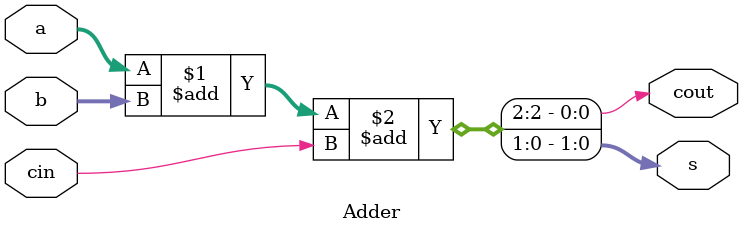
<source format=sv>

module Adder(
    input logic [1:0] a, b,
    input logic cin,
    output logic [1:0] s,
    output logic cout
);

    assign {cout, s} = a + b + cin;

endmodule

</source>
